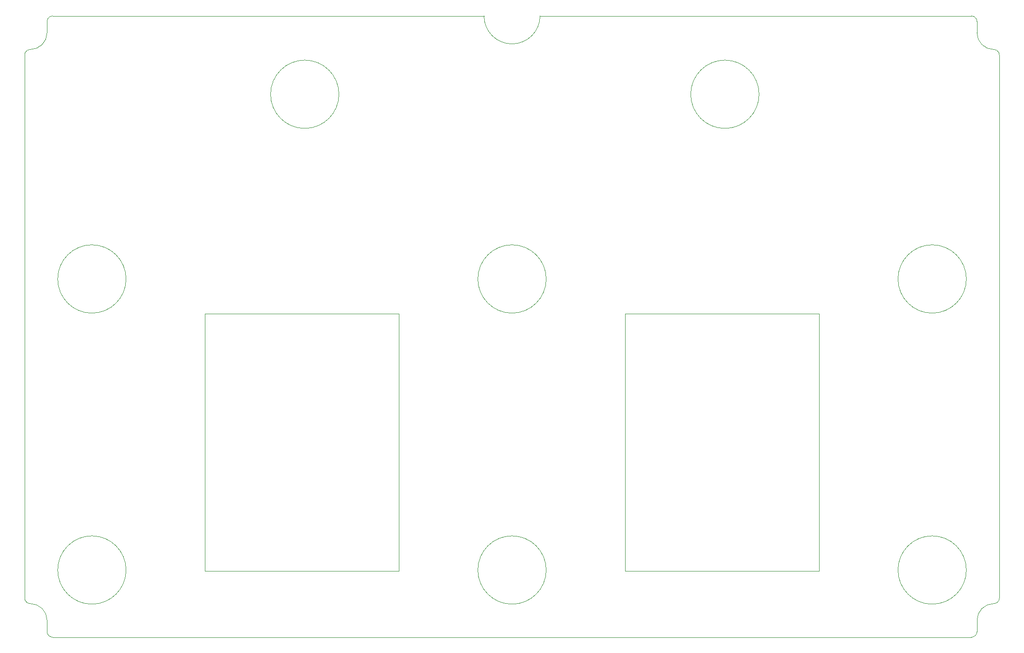
<source format=gm1>
G04 #@! TF.GenerationSoftware,KiCad,Pcbnew,8.0.4+1*
G04 #@! TF.CreationDate,2024-10-15T13:18:59+00:00*
G04 #@! TF.ProjectId,pedalboard-display,70656461-6c62-46f6-9172-642d64697370,0.0.0-RC1*
G04 #@! TF.SameCoordinates,Original*
G04 #@! TF.FileFunction,Profile,NP*
%FSLAX46Y46*%
G04 Gerber Fmt 4.6, Leading zero omitted, Abs format (unit mm)*
G04 Created by KiCad (PCBNEW 8.0.4+1) date 2024-10-15 13:18:59*
%MOMM*%
%LPD*%
G01*
G04 APERTURE LIST*
G04 #@! TA.AperFunction,Profile*
%ADD10C,0.100000*%
G04 #@! TD*
G04 #@! TA.AperFunction,Profile*
%ADD11C,0.050000*%
G04 #@! TD*
G04 APERTURE END LIST*
D10*
X25000000Y-136000000D02*
X112000000Y-136000000D01*
X188100000Y-124000000D02*
G75*
G02*
X175900000Y-124000000I-6100000J0D01*
G01*
X175900000Y-124000000D02*
G75*
G02*
X188100000Y-124000000I6100000J0D01*
G01*
X24000000Y-26000000D02*
G75*
G02*
X25000000Y-25000000I1000000J0D01*
G01*
X20000000Y-32000000D02*
G75*
G02*
X21000000Y-31000000I1000000J0D01*
G01*
X124200000Y-25000000D02*
X189000000Y-25000000D01*
X24000000Y-133000000D02*
X24000000Y-135000000D01*
X190000000Y-26000000D02*
X190000000Y-28000000D01*
X193000000Y-31000000D02*
G75*
G02*
X194000000Y-32000000I0J-1000000D01*
G01*
X21000000Y-130000000D02*
G75*
G02*
X20000000Y-129000000I0J1000000D01*
G01*
X112000000Y-25000000D02*
G75*
G02*
X102000000Y-25000000I-5000000J0D01*
G01*
X112000000Y-136000000D02*
X189000000Y-136000000D01*
X151100000Y-39000000D02*
G75*
G02*
X138900000Y-39000000I-6100000J0D01*
G01*
X138900000Y-39000000D02*
G75*
G02*
X151100000Y-39000000I6100000J0D01*
G01*
X24000000Y-28000000D02*
G75*
G02*
X21000000Y-31000000I-3000000J0D01*
G01*
X94200000Y-25000000D02*
X102000000Y-25000000D01*
X76100000Y-39000000D02*
G75*
G02*
X63900000Y-39000000I-6100000J0D01*
G01*
X63900000Y-39000000D02*
G75*
G02*
X76100000Y-39000000I6100000J0D01*
G01*
X188100000Y-72000000D02*
G75*
G02*
X175900000Y-72000000I-6100000J0D01*
G01*
X175900000Y-72000000D02*
G75*
G02*
X188100000Y-72000000I6100000J0D01*
G01*
X38100000Y-124000000D02*
G75*
G02*
X25900000Y-124000000I-6100000J0D01*
G01*
X25900000Y-124000000D02*
G75*
G02*
X38100000Y-124000000I6100000J0D01*
G01*
X113100000Y-72000000D02*
G75*
G02*
X100900000Y-72000000I-6100000J0D01*
G01*
X100900000Y-72000000D02*
G75*
G02*
X113100000Y-72000000I6100000J0D01*
G01*
X194000000Y-32000000D02*
X194000000Y-129000000D01*
X190000000Y-135000000D02*
G75*
G02*
X189000000Y-136000000I-1000000J0D01*
G01*
X38100000Y-72000000D02*
G75*
G02*
X25900000Y-72000000I-6100000J0D01*
G01*
X25900000Y-72000000D02*
G75*
G02*
X38100000Y-72000000I6100000J0D01*
G01*
X112000000Y-25000000D02*
X124200000Y-25000000D01*
X25000000Y-136000000D02*
G75*
G02*
X24000000Y-135000000I0J1000000D01*
G01*
X194000000Y-129000000D02*
G75*
G02*
X193000000Y-130000000I-1000000J0D01*
G01*
X189000000Y-25000000D02*
G75*
G02*
X190000000Y-26000000I0J-1000000D01*
G01*
X193000000Y-31000000D02*
G75*
G02*
X190000000Y-28000000I0J3000000D01*
G01*
X20000000Y-129000000D02*
X20000000Y-32000000D01*
X94200000Y-25000000D02*
X25000000Y-25000000D01*
X190000000Y-133000000D02*
X190000000Y-135000000D01*
X190000000Y-133000000D02*
G75*
G02*
X193000000Y-130000000I3000000J0D01*
G01*
X24000000Y-26000000D02*
X24000000Y-28000000D01*
X113100000Y-124000000D02*
G75*
G02*
X100900000Y-124000000I-6100000J0D01*
G01*
X100900000Y-124000000D02*
G75*
G02*
X113100000Y-124000000I6100000J0D01*
G01*
X21000000Y-130000000D02*
G75*
G02*
X24000000Y-133000000I0J-3000000D01*
G01*
D11*
X52200000Y-78200000D02*
X86800000Y-78200000D01*
X86800000Y-124200000D01*
X52200000Y-124200000D01*
X52200000Y-78200000D01*
X127200000Y-78200000D02*
X161800000Y-78200000D01*
X161800000Y-124200000D01*
X127200000Y-124200000D01*
X127200000Y-78200000D01*
M02*

</source>
